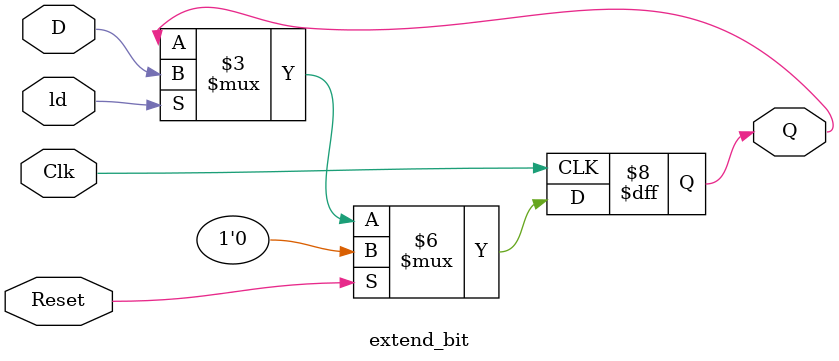
<source format=sv>
module extend_bit
(
    input Clk, ld, Reset, D,
    output logic Q
);

    always_ff @ (posedge Clk)
    begin
        if (Reset)
            Q <= 1'b0;
        else
            if (ld)
                Q <= D;
            else
                Q <= Q;
    end

endmodule

</source>
